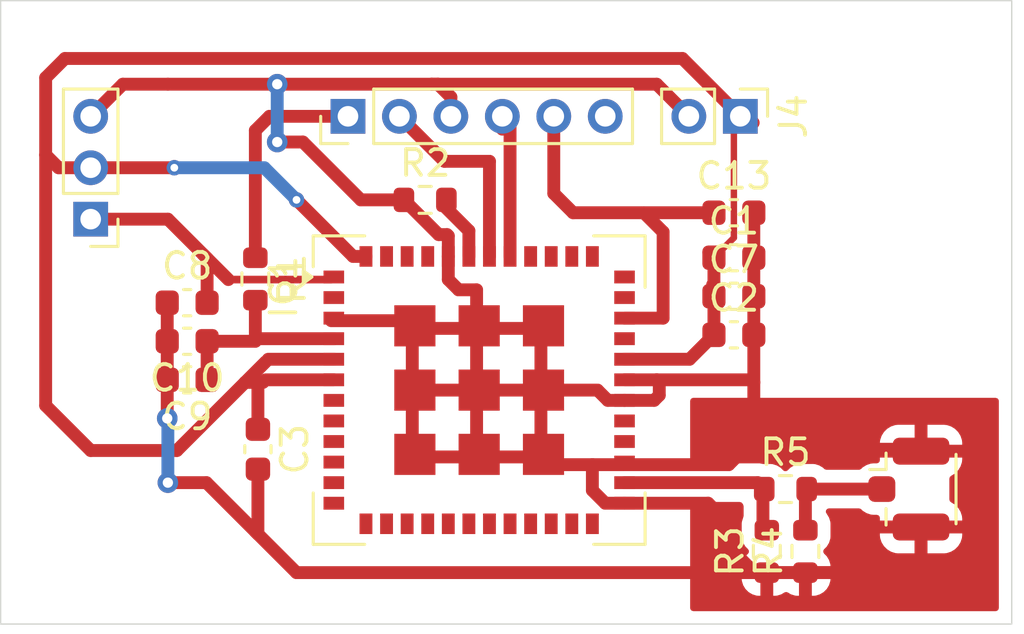
<source format=kicad_pcb>
(kicad_pcb (version 20240108) (generator "pcbnew") (generator_version "8.0")
  (layers (0 "F.Cu" signal) (31 "B.Cu" signal) (34 "B.Paste" user) (35 "F.Paste" user) (36 "B.SilkS" user "B.Silkscreen") (37 "F.SilkS" user "F.Silkscreen") (38 "B.Mask" user) (39 "F.Mask" user) (44 "Edge.Cuts" user))
  (net 0 "")
  (net 1 "/vdd")
  (net 2 "Earth")
  (net 3 "/debimetre")
  (net 4 "/vdd_usb")
  (net 5 "/rst")
  (net 7 "/swdio")
  (net 8 "/swclk")
  (net 10 "Net-(J2-Pin_1)")
  (net 11 "Net-(IC1-ANT)")
  (net 12 "Net-(IC1-BOOT0)")
  (net 15 "Net-(J1-GND-Pad1)")
  (footprint "Capacitor_SMD:C_0603_1608Metric" (layer "F.Cu") (at 104 62.75)
    (property "Reference" "C1" (at 0 -1.43 0) (layer "F.SilkS"))
    (property "Value" "10uf")
    (fp_line (start -0.14058 -0.51) (end 0.14058 -0.51) (stroke (width 0.12)) (layer "F.SilkS"))
    (fp_line (start -0.14058 0.51) (end 0.14058 0.51) (stroke (width 0.12)) (layer "F.SilkS"))
    (pad "1" smd roundrect (at -0.775 0) (size 0.9 0.95) (layers "F.Cu" "F.Paste" "F.Mask") (net 1 "/vdd"))
    (pad "2" smd roundrect (at 0.775 0) (size 0.9 0.95) (layers "F.Cu" "F.Paste" "F.Mask") (net 2 "Earth"))
  )
  (footprint "Connector_PinHeader_2.00mm:PinHeader_1x03_P2.00mm_Vertical" (layer "F.Cu") (at 79 61.25 180)
    (property "Reference" "J3" (hide yes))
    (property "Value" "Conn_01x03_Pin" (hide yes))
    (fp_line (start 1.06 1) (end 1.06 5.06) (stroke (width 0.12)) (layer "F.SilkS"))
    (fp_line (start -1.06 5.06) (end 1.06 5.06) (stroke (width 0.12)) (layer "F.SilkS"))
    (fp_line (start -1.06 1) (end 1.06 1) (stroke (width 0.12)) (layer "F.SilkS"))
    (fp_line (start -1.06 1) (end -1.06 5.06) (stroke (width 0.12)) (layer "F.SilkS"))
    (fp_line (start -1.06 0) (end -1.06 -1.06) (stroke (width 0.12)) (layer "F.SilkS"))
    (fp_line (start -1.06 -1.06) (end 0 -1.06) (stroke (width 0.12)) (layer "F.SilkS"))
    (pad "1" thru_hole rect (at 0 0 180) (size 1.35 1.35) (drill 0.8) (layers "*.Cu" "*.Mask") (net 3 "/debimetre"))
    (pad "2" thru_hole oval (at 0 2 180) (size 1.35 1.35) (drill 0.8) (layers "*.Cu" "*.Mask") (net 1 "/vdd"))
    (pad "3" thru_hole oval (at 0 4 180) (size 1.35 1.35) (drill 0.8) (layers "*.Cu" "*.Mask") (net 2 "Earth"))
  )
  (footprint "Connector_PinHeader_2.00mm:PinHeader_1x02_P2.00mm_Vertical" (layer "F.Cu") (at 104.25 57.25 -90)
    (property "Reference" "J4" (at 0 -2.06 90) (layer "F.SilkS"))
    (property "Value" "Conn_01x02_Pin" (hide yes))
    (fp_line (start -1.06 3.06) (end 1.06 3.06) (stroke (width 0.12)) (layer "F.SilkS"))
    (fp_line (start -1.06 1) (end -1.06 3.06) (stroke (width 0.12)) (layer "F.SilkS"))
    (fp_line (start -1.06 1) (end 1.06 1) (stroke (width 0.12)) (layer "F.SilkS"))
    (fp_line (start 1.06 1) (end 1.06 3.06) (stroke (width 0.12)) (layer "F.SilkS"))
    (fp_line (start -1.06 0) (end -1.06 -1.06) (stroke (width 0.12)) (layer "F.SilkS"))
    (fp_line (start -1.06 -1.06) (end 0 -1.06) (stroke (width 0.12)) (layer "F.SilkS"))
    (pad "1" thru_hole rect (at 0 0 270) (size 1.35 1.35) (drill 0.8) (layers "*.Cu" "*.Mask") (net 1 "/vdd"))
    (pad "2" thru_hole oval (at 0 2 270) (size 1.35 1.35) (drill 0.8) (layers "*.Cu" "*.Mask") (net 2 "Earth"))
  )
  (footprint "Capacitor_SMD:C_0603_1608Metric" (layer "F.Cu") (at 85.5 70.2 -90)
    (property "Reference" "C3" (at 0 -1.43 -90) (layer "F.SilkS"))
    (property "Value" "0.1uf")
    (fp_line (start -0.14058 0.51) (end 0.14058 0.51) (stroke (width 0.12)) (layer "F.SilkS"))
    (fp_line (start -0.14058 -0.51) (end 0.14058 -0.51) (stroke (width 0.12)) (layer "F.SilkS"))
    (pad "1" smd roundrect (at -0.775 0 270) (size 0.9 0.95) (layers "F.Cu" "F.Paste" "F.Mask") (net 1 "/vdd"))
    (pad "2" smd roundrect (at 0.775 0 270) (size 0.9 0.95) (layers "F.Cu" "F.Paste" "F.Mask") (net 2 "Earth"))
  )
  (footprint "Resistor_SMD:R_0603_1608Metric" (layer "F.Cu") (at 106.78 74.175 90)
    (property "Reference" "R4" (at 0 -1.43 -90) (layer "F.SilkS"))
    (property "Value" "DNP")
    (fp_line (start -0.237258 -0.5225) (end 0.237258 -0.5225) (stroke (width 0.12)) (layer "F.SilkS"))
    (fp_line (start -0.237258 0.5225) (end 0.237258 0.5225) (stroke (width 0.12)) (layer "F.SilkS"))
    (pad "1" smd roundrect (at -0.825 0 90) (size 0.8 0.95) (layers "F.Cu" "F.Paste" "F.Mask") (net 2 "Earth"))
    (pad "2" smd roundrect (at 0.825 0 90) (size 0.8 0.95) (layers "F.Cu" "F.Paste" "F.Mask") (net 15 "Net-(J1-GND-Pad1)"))
  )
  (footprint "Capacitor_SMD:C_0603_1608Metric" (layer "F.Cu") (at 82.75 66 180)
    (property "Reference" "C10" (at 0 -1.43 180) (layer "F.SilkS"))
    (property "Value" "0.1uf")
    (fp_line (start -0.14058 0.51) (end 0.14058 0.51) (stroke (width 0.12)) (layer "F.SilkS"))
    (fp_line (start -0.14058 -0.51) (end 0.14058 -0.51) (stroke (width 0.12)) (layer "F.SilkS"))
    (pad "1" smd roundrect (at -0.775 0 180) (size 0.9 0.95) (layers "F.Cu" "F.Paste" "F.Mask") (net 4 "/vdd_usb"))
    (pad "2" smd roundrect (at 0.775 0 180) (size 0.9 0.95) (layers "F.Cu" "F.Paste" "F.Mask") (net 2 "Earth"))
  )
  (footprint "Resistor_SMD:R_0603_1608Metric" (layer "F.Cu") (at 106.005 71.75)
    (property "Reference" "R5" (at 0 -1.43 0) (layer "F.SilkS"))
    (property "Value" "0R")
    (fp_line (start -0.237258 -0.5225) (end 0.237258 -0.5225) (stroke (width 0.12)) (layer "F.SilkS"))
    (fp_line (start -0.237258 0.5225) (end 0.237258 0.5225) (stroke (width 0.12)) (layer "F.SilkS"))
    (pad "1" smd roundrect (at -0.825 0) (size 0.8 0.95) (layers "F.Cu" "F.Paste" "F.Mask") (net 11 "Net-(IC1-ANT)"))
    (pad "2" smd roundrect (at 0.825 0) (size 0.8 0.95) (layers "F.Cu" "F.Paste" "F.Mask") (net 15 "Net-(J1-GND-Pad1)"))
  )
  (footprint "Capacitor_SMD:C_0603_1608Metric" (layer "F.Cu") (at 104 61)
    (property "Reference" "C13" (at 0 -1.43 0) (layer "F.SilkS"))
    (property "Value" "1uf")
    (fp_line (start -0.14058 -0.51) (end 0.14058 -0.51) (stroke (width 0.12)) (layer "F.SilkS"))
    (fp_line (start -0.14058 0.51) (end 0.14058 0.51) (stroke (width 0.12)) (layer "F.SilkS"))
    (pad "1" smd roundrect (at -0.775 0) (size 0.9 0.95) (layers "F.Cu" "F.Paste" "F.Mask") (net 5 "/rst"))
    (pad "2" smd roundrect (at 0.775 0) (size 0.9 0.95) (layers "F.Cu" "F.Paste" "F.Mask") (net 2 "Earth"))
  )
  (footprint "Connector_Coaxial:U.FL_Hirose_U.FL-R-SMT-1_Vertical" (layer "F.Cu") (at 110.8 71.75)
    (property "Reference" "J1" (hide yes))
    (property "Value" "U.FL-R-SMT_01_" (hide yes))
    (fp_line (start -0.885 -1.4) (end -0.885 -0.76) (stroke (width 0.12)) (layer "F.SilkS"))
    (fp_line (start -0.885 -0.76) (end -1.515 -0.76) (stroke (width 0.12)) (layer "F.SilkS"))
    (fp_line (start -0.885 1.4) (end -0.885 0.76) (stroke (width 0.12)) (layer "F.SilkS"))
    (fp_line (start 1.835 -1.35) (end 1.835 1.35) (stroke (width 0.12)) (layer "F.SilkS"))
    (pad "1" smd roundrect (at -1.05 0) (size 1.05 1) (layers "F.Cu" "F.Paste" "F.Mask") (net 15 "Net-(J1-GND-Pad1)"))
    (pad "2" smd roundrect (at 0.475 -1.475) (size 2.2 1.05) (layers "F.Cu" "F.Paste" "F.Mask") (roundrect_rratio 0.2380952381) (net 2 "Earth"))
    (pad "2" smd roundrect (at 0.475 1.475) (size 2.2 1.05) (layers "F.Cu" "F.Paste" "F.Mask") (roundrect_rratio 0.2380952381) (net 2 "Earth"))
    (zone (net 0) (net_name "") (layers "*.Cu") (connect_pads (clearance 0)) (min_thickness 0.25)
      (keepout (tracks not_allowed) (vias not_allowed) (pads not_allowed) (copperpour not_allowed) (footprints allowed))
      (fill (thermal_gap 0.5) (thermal_bridge_width 0.5))
      (polygon (pts (xy 112.375 70.8) (xy 110.285 70.8) (xy 110.285 72.7) (xy 112.375 72.7)))
    )
  )
  (footprint "Capacitor_SMD:C_0603_1608Metric" (layer "F.Cu") (at 82.75 67.5 180)
    (property "Reference" "C9" (at 0 -1.43 180) (layer "F.SilkS"))
    (property "Value" "10uf")
    (fp_line (start -0.14058 0.51) (end 0.14058 0.51) (stroke (width 0.12)) (layer "F.SilkS"))
    (fp_line (start -0.14058 -0.51) (end 0.14058 -0.51) (stroke (width 0.12)) (layer "F.SilkS"))
    (pad "1" smd roundrect (at -0.775 0 180) (size 0.9 0.95) (layers "F.Cu" "F.Paste" "F.Mask") (net 4 "/vdd_usb"))
    (pad "2" smd roundrect (at 0.775 0 180) (size 0.9 0.95) (layers "F.Cu" "F.Paste" "F.Mask") (net 2 "Earth"))
  )
  (footprint "Resistor_SMD:R_0603_1608Metric" (layer "F.Cu") (at 105.28 74.175 90)
    (property "Reference" "R3" (at 0 -1.43 -90) (layer "F.SilkS"))
    (property "Value" "DNP")
    (fp_line (start -0.237258 -0.5225) (end 0.237258 -0.5225) (stroke (width 0.12)) (layer "F.SilkS"))
    (fp_line (start -0.237258 0.5225) (end 0.237258 0.5225) (stroke (width 0.12)) (layer "F.SilkS"))
    (pad "1" smd roundrect (at -0.825 0 90) (size 0.8 0.95) (layers "F.Cu" "F.Paste" "F.Mask") (net 2 "Earth"))
    (pad "2" smd roundrect (at 0.825 0 90) (size 0.8 0.95) (layers "F.Cu" "F.Paste" "F.Mask") (net 11 "Net-(IC1-ANT)"))
  )
  (footprint "Capacitor_SMD:C_0603_1608Metric" (layer "F.Cu") (at 82.75 64.5)
    (property "Reference" "C8" (at 0 -1.43 0) (layer "F.SilkS"))
    (property "Value" "100pf")
    (fp_line (start -0.14058 -0.51) (end 0.14058 -0.51) (stroke (width 0.12)) (layer "F.SilkS"))
    (fp_line (start -0.14058 0.51) (end 0.14058 0.51) (stroke (width 0.12)) (layer "F.SilkS"))
    (pad "1" smd roundrect (at -0.775 0) (size 0.9 0.95) (layers "F.Cu" "F.Paste" "F.Mask") (net 2 "Earth"))
    (pad "2" smd roundrect (at 0.775 0) (size 0.9 0.95) (layers "F.Cu" "F.Paste" "F.Mask") (net 3 "/debimetre"))
  )
  (footprint "Resistor_SMD:R_0603_1608Metric" (layer "F.Cu") (at 85.4 63.576649 -90)
    (property "Reference" "R1" (at 0 -1.43 90) (layer "F.SilkS"))
    (property "Value" "0R")
    (fp_line (start -0.237258 0.5225) (end 0.237258 0.5225) (stroke (width 0.12)) (layer "F.SilkS"))
    (fp_line (start -0.237258 -0.5225) (end 0.237258 -0.5225) (stroke (width 0.12)) (layer "F.SilkS"))
    (pad "1" smd roundrect (at -0.825 0 270) (size 0.8 0.95) (layers "F.Cu" "F.Paste" "F.Mask") (net 10 "Net-(J2-Pin_1)"))
    (pad "2" smd roundrect (at 0.825 0 270) (size 0.8 0.95) (layers "F.Cu" "F.Paste" "F.Mask") (net 4 "/vdd_usb"))
  )
  (footprint "Capacitor_SMD:C_0603_1608Metric" (layer "F.Cu") (at 104 65.75)
    (property "Reference" "C2" (at 0 -1.43 0) (layer "F.SilkS"))
    (property "Value" "1uf")
    (fp_line (start -0.14058 -0.51) (end 0.14058 -0.51) (stroke (width 0.12)) (layer "F.SilkS"))
    (fp_line (start -0.14058 0.51) (end 0.14058 0.51) (stroke (width 0.12)) (layer "F.SilkS"))
    (pad "1" smd roundrect (at -0.775 0) (size 0.9 0.95) (layers "F.Cu" "F.Paste" "F.Mask") (net 1 "/vdd"))
    (pad "2" smd roundrect (at 0.775 0) (size 0.9 0.95) (layers "F.Cu" "F.Paste" "F.Mask") (net 2 "Earth"))
  )
  (footprint "Connector_PinHeader_2.00mm:PinHeader_1x06_P2.00mm_Vertical" (layer "F.Cu") (at 89 57.25 90)
    (property "Reference" "J2" (hide yes))
    (property "Value" "Conn_01x06" (hide yes))
    (fp_line (start -1.06 -1.06) (end 0 -1.06) (stroke (width 0.12)) (layer "F.SilkS"))
    (fp_line (start -1.06 0) (end -1.06 -1.06) (stroke (width 0.12)) (layer "F.SilkS"))
    (fp_line (start 1.06 1) (end 1.06 11.06) (stroke (width 0.12)) (layer "F.SilkS"))
    (fp_line (start -1.06 1) (end 1.06 1) (stroke (width 0.12)) (layer "F.SilkS"))
    (fp_line (start -1.06 1) (end -1.06 11.06) (stroke (width 0.12)) (layer "F.SilkS"))
    (fp_line (start -1.06 11.06) (end 1.06 11.06) (stroke (width 0.12)) (layer "F.SilkS"))
    (pad "1" thru_hole rect (at 0 0 90) (size 1.35 1.35) (drill 0.8) (layers "*.Cu" "*.Mask") (net 10 "Net-(J2-Pin_1)"))
    (pad "2" thru_hole oval (at 0 2 90) (size 1.35 1.35) (drill 0.8) (layers "*.Cu" "*.Mask") (net 8 "/swclk"))
    (pad "3" thru_hole oval (at 0 4 90) (size 1.35 1.35) (drill 0.8) (layers "*.Cu" "*.Mask") (net 2 "Earth"))
    (pad "4" thru_hole oval (at 0 6 90) (size 1.35 1.35) (drill 0.8) (layers "*.Cu" "*.Mask") (net 7 "/swdio"))
    (pad "5" thru_hole oval (at 0 8 90) (size 1.35 1.35) (drill 0.8) (layers "*.Cu" "*.Mask") (net 5 "/rst"))
    (pad "6" thru_hole oval (at 0 10 90) (size 1.35 1.35) (drill 0.8) (layers "*.Cu" "*.Mask"))
  )
  (footprint "Resistor_SMD:R_0603_1608Metric" (layer "F.Cu") (at 92 60.5)
    (property "Reference" "R2" (at 0 -1.43 0) (layer "F.SilkS"))
    (property "Value" "1M")
    (fp_line (start -0.237258 -0.5225) (end 0.237258 -0.5225) (stroke (width 0.12)) (layer "F.SilkS"))
    (fp_line (start -0.237258 0.5225) (end 0.237258 0.5225) (stroke (width 0.12)) (layer "F.SilkS"))
    (pad "1" smd roundrect (at -0.825 0) (size 0.8 0.95) (layers "F.Cu" "F.Paste" "F.Mask") (net 2 "Earth"))
    (pad "2" smd roundrect (at 0.825 0) (size 0.8 0.95) (layers "F.Cu" "F.Paste" "F.Mask") (net 12 "Net-(IC1-BOOT0)"))
  )
  (footprint "Capacitor_SMD:C_0603_1608Metric" (layer "F.Cu") (at 104 64.25)
    (property "Reference" "C7" (at 0 -1.43 0) (layer "F.SilkS"))
    (property "Value" "0.1uf")
    (fp_line (start -0.14058 -0.51) (end 0.14058 -0.51) (stroke (width 0.12)) (layer "F.SilkS"))
    (fp_line (start -0.14058 0.51) (end 0.14058 0.51) (stroke (width 0.12)) (layer "F.SilkS"))
    (pad "1" smd roundrect (at -0.775 0) (size 0.9 0.95) (layers "F.Cu" "F.Paste" "F.Mask") (net 1 "/vdd"))
    (pad "2" smd roundrect (at 0.775 0) (size 0.9 0.95) (layers "F.Cu" "F.Paste" "F.Mask") (net 2 "Earth"))
  )
  (footprint "RF_Module:CMWX1ZZABZ" (layer "F.Cu") (at 94.1 67.9)
    (property "Reference" "IC1" (at -7.6 -4 -90) (layer "F.SilkS"))
    (property "Value" "CMWX1ZZABZ-093")
    (fp_line (start -6.45 -6) (end -4.45 -6) (stroke (width 0.12)) (layer "F.SilkS"))
    (fp_line (start -6.45 -4.8) (end -6.45 -6) (stroke (width 0.12)) (layer "F.SilkS"))
    (fp_line (start -6.45 4) (end -6.45 6) (stroke (width 0.12)) (layer "F.SilkS"))
    (fp_line (start -6.45 6) (end -4.45 6) (stroke (width 0.12)) (layer "F.SilkS"))
    (fp_line (start 4.45 -6) (end 6.45 -6) (stroke (width 0.12)) (layer "F.SilkS"))
    (fp_line (start 4.45 6) (end 6.45 6) (stroke (width 0.12)) (layer "F.SilkS"))
    (fp_line (start 6.45 -6) (end 6.45 -4) (stroke (width 0.12)) (layer "F.SilkS"))
    (fp_line (start 6.45 4) (end 6.45 6) (stroke (width 0.12)) (layer "F.SilkS"))
    (fp_poly (pts (xy -6.5 -4.4) (xy -6.836 -4.16) (xy -6.836 -4.64) (xy -6.5 -4.4)) (stroke (width 0.12)) (fill solid) (layer "F.SilkS"))
    (pad "1" smd rect (at -5.65 -4.4) (size 0.8 0.5) (layers "F.Cu" "F.Paste" "F.Mask") (net 3 "/debimetre"))
    (pad "2" smd rect (at -5.65 -3.6) (size 0.8 0.5) (layers "F.Cu" "F.Paste" "F.Mask"))
    (pad "3" smd rect (at -5.65 -2.8) (size 0.8 0.5) (layers "F.Cu" "F.Paste" "F.Mask") (net 2 "Earth"))
    (pad "4" smd rect (at -5.65 -2) (size 0.8 0.5) (layers "F.Cu" "F.Paste" "F.Mask") (net 4 "/vdd_usb"))
    (pad "5" smd rect (at -5.65 -1.2) (size 0.8 0.5) (layers "F.Cu" "F.Paste" "F.Mask") (net 1 "/vdd"))
    (pad "6" smd rect (at -5.65 -0.4) (size 0.8 0.5) (layers "F.Cu" "F.Paste" "F.Mask") (net 1 "/vdd"))
    (pad "7" smd rect (at -5.65 0.4) (size 0.8 0.5) (layers "F.Cu" "F.Paste" "F.Mask"))
    (pad "8" smd rect (at -5.65 1.2) (size 0.8 0.5) (layers "F.Cu" "F.Paste" "F.Mask"))
    (pad "9" smd rect (at -5.65 2) (size 0.8 0.5) (layers "F.Cu" "F.Paste" "F.Mask"))
    (pad "10" smd rect (at -5.65 2.8) (size 0.8 0.5) (layers "F.Cu" "F.Paste" "F.Mask"))
    (pad "11" smd rect (at -5.65 3.6) (size 0.8 0.5) (layers "F.Cu" "F.Paste" "F.Mask"))
    (pad "12" smd rect (at -5.65 4.4) (size 0.8 0.5) (layers "F.Cu" "F.Paste" "F.Mask"))
    (pad "13" smd rect (at -4.4 5.2 90) (size 0.8 0.5) (layers "F.Cu" "F.Paste" "F.Mask"))
    (pad "14" smd rect (at -3.6 5.2 90) (size 0.8 0.5) (layers "F.Cu" "F.Paste" "F.Mask"))
    (pad "15" smd rect (at -2.8 5.2 90) (size 0.8 0.5) (layers "F.Cu" "F.Paste" "F.Mask"))
    (pad "16" smd rect (at -2 5.2 90) (size 0.8 0.5) (layers "F.Cu" "F.Paste" "F.Mask"))
    (pad "17" smd rect (at -1.2 5.2 90) (size 0.8 0.5) (layers "F.Cu" "F.Paste" "F.Mask"))
    (pad "18" smd rect (at -0.4 5.2 90) (size 0.8 0.5) (layers "F.Cu" "F.Paste" "F.Mask"))
    (pad "19" smd rect (at 0.4 5.2 90) (size 0.8 0.5) (layers "F.Cu" "F.Paste" "F.Mask"))
    (pad "20" smd rect (at 1.2 5.2 270) (size 0.8 0.5) (layers "F.Cu" "F.Paste" "F.Mask"))
    (pad "21" smd rect (at 2 5.2 270) (size 0.8 0.5) (layers "F.Cu" "F.Paste" "F.Mask"))
    (pad "22" smd rect (at 2.8 5.2 270) (size 0.8 0.5) (layers "F.Cu" "F.Paste" "F.Mask"))
    (pad "23" smd rect (at 3.6 5.2 270) (size 0.8 0.5) (layers "F.Cu" "F.Paste" "F.Mask"))
    (pad "24" smd rect (at 4.4 5.2 270) (size 0.8 0.5) (layers "F.Cu" "F.Paste" "F.Mask"))
    (pad "25" smd rect (at 5.65 4.4) (size 0.8 0.5) (layers "F.Cu" "F.Paste" "F.Mask") (net 2 "Earth"))
    (pad "26" smd rect (at 5.65 3.6) (size 0.8 0.5) (layers "F.Cu" "F.Paste" "F.Mask") (net 11 "Net-(IC1-ANT)"))
    (pad "27" smd rect (at 5.65 2.8) (size 0.8 0.5) (layers "F.Cu" "F.Paste" "F.Mask") (net 2 "Earth"))
    (pad "28" smd rect (at 5.65 2) (size 0.8 0.5) (layers "F.Cu" "F.Paste" "F.Mask"))
    (pad "29" smd rect (at 5.65 1.2) (size 0.8 0.5) (layers "F.Cu" "F.Paste" "F.Mask"))
    (pad "30" smd rect (at 5.65 0.4) (size 0.8 0.5) (layers "F.Cu" "F.Paste" "F.Mask") (net 2 "Earth"))
    (pad "31" smd rect (at 5.65 -0.4) (size 0.8 0.5) (layers "F.Cu" "F.Paste" "F.Mask") (net 2 "Earth"))
    (pad "32" smd rect (at 5.65 -1.2) (size 0.8 0.5) (layers "F.Cu" "F.Paste" "F.Mask") (net 1 "/vdd"))
    (pad "33" smd rect (at 5.65 -2) (size 0.8 0.5) (layers "F.Cu" "F.Paste" "F.Mask"))
    (pad "34" smd rect (at 5.65 -2.8) (size 0.8 0.5) (layers "F.Cu" "F.Paste" "F.Mask") (net 5 "/rst"))
    (pad "35" smd rect (at 5.65 -3.6) (size 0.8 0.5) (layers "F.Cu" "F.Paste" "F.Mask"))
    (pad "36" smd rect (at 5.65 -4.4) (size 0.8 0.5) (layers "F.Cu" "F.Paste" "F.Mask"))
    (pad "37" smd rect (at 4.4 -5.2 90) (size 0.8 0.5) (layers "F.Cu" "F.Paste" "F.Mask"))
    (pad "38" smd rect (at 3.6 -5.2 90) (size 0.8 0.5) (layers "F.Cu" "F.Paste" "F.Mask"))
    (pad "39" smd rect (at 2.8 -5.2 90) (size 0.8 0.5) (layers "F.Cu" "F.Paste" "F.Mask"))
    (pad "40" smd rect (at 2 -5.2 90) (size 0.8 0.5) (layers "F.Cu" "F.Paste" "F.Mask"))
    (pad "41" smd rect (at 1.2 -5.2 90) (size 0.8 0.5) (layers "F.Cu" "F.Paste" "F.Mask") (net 7 "/swdio"))
    (pad "42" smd rect (at 0.4 -5.2 90) (size 0.8 0.5) (layers "F.Cu" "F.Paste" "F.Mask") (net 8 "/swclk"))
    (pad "43" smd rect (at -0.4 -5.2 90) (size 0.8 0.5) (layers "F.Cu" "F.Paste" "F.Mask") (net 12 "Net-(IC1-BOOT0)"))
    (pad "44" smd rect (at -1.2 -5.2 90) (size 0.8 0.5) (layers "F.Cu" "F.Paste" "F.Mask") (net 2 "Earth"))
    (pad "45" smd rect (at -2 -5.2 90) (size 0.8 0.5) (layers "F.Cu" "F.Paste" "F.Mask"))
    (pad "46" smd rect (at -2.8 -5.2 90) (size 0.8 0.5) (layers "F.Cu" "F.Paste" "F.Mask"))
    (pad "47" smd rect (at -3.6 -5.2 90) (size 0.8 0.5) (layers "F.Cu" "F.Paste" "F.Mask"))
    (pad "48" smd rect (at -4.4 -5.2 90) (size 0.8 0.5) (layers "F.Cu" "F.Paste" "F.Mask") (net 1 "/vdd"))
    (pad "49" smd rect (at -2.5 -2.5 90) (size 1.6 1.6) (layers "F.Cu" "F.Paste" "F.Mask") (net 2 "Earth"))
    (pad "50" smd rect (at 0 -2.5 90) (size 1.6 1.6) (layers "F.Cu" "F.Paste" "F.Mask") (net 2 "Earth"))
    (pad "51" smd rect (at 2.5 -2.5 90) (size 1.6 1.6) (layers "F.Cu" "F.Paste" "F.Mask") (net 2 "Earth"))
    (pad "52" smd rect (at -2.5 0 90) (size 1.6 1.6) (layers "F.Cu" "F.Paste" "F.Mask") (net 2 "Earth"))
    (pad "53" smd rect (at 0 0 90) (size 1.6 1.6) (layers "F.Cu" "F.Paste" "F.Mask") (net 2 "Earth"))
    (pad "54" smd rect (at 2.5 0 90) (size 1.6 1.6) (layers "F.Cu" "F.Paste" "F.Mask") (net 2 "Earth"))
    (pad "55" smd rect (at -2.5 2.5 90) (size 1.6 1.6) (layers "F.Cu" "F.Paste" "F.Mask") (net 2 "Earth"))
    (pad "56" smd rect (at 0 2.5 90) (size 1.6 1.6) (layers "F.Cu" "F.Paste" "F.Mask") (net 2 "Earth"))
    (pad "57" smd rect (at 2.5 2.5 90) (size 1.6 1.6) (layers "F.Cu" "F.Paste" "F.Mask") (net 2 "Earth"))
  )
  (gr_rect (start 75.5 52.75) (end 114.8 77) (stroke (width 0.05)) (fill none) (layer "Edge.Cuts"))
  (segment (start 77.75 59.25) (end 77.25 58.75) (width 0.5) (layer "F.Cu") (net 1))
  (segment (start 89.2 62.7) (end 87 60.5) (width 0.5) (layer "F.Cu") (net 1))
  (segment (start 88.45 67.5) (end 85.8 67.5) (width 0.5) (layer "F.Cu") (net 1))
  (segment (start 88.45 66.7) (end 85.9 66.7) (width 0.5) (layer "F.Cu") (net 1))
  (segment (start 78 55) (end 102 55) (width 0.5) (layer "F.Cu") (net 1))
  (segment (start 85.9 66.7) (end 85.8 66.8) (width 0.2) (layer "F.Cu") (net 1))
  (segment (start 103.225 63.75) (end 103.225 62.75) (width 0.5) (layer "F.Cu") (net 1))
  (segment (start 82.25 59.25) (end 79 59.25) (width 0.5) (layer "F.Cu") (net 1))
  (segment (start 77.25 58.75) (end 77.25 55.75) (width 0.5) (layer "F.Cu") (net 1))
  (segment (start 103.225 64.25) (end 103.225 63.75) (width 0.5) (layer "F.Cu") (net 1))
  (segment (start 103.175 63.8) (end 103.225 63.75) (width 0.5) (layer "F.Cu") (net 1))
  (segment (start 104 61.975) (end 103.225 62.75) (width 0.25) (layer "F.Cu") (net 1))
  (segment (start 103.225 65.75) (end 103.225 64.25) (width 0.5) (layer "F.Cu") (net 1))
  (segment (start 104.25 57.25) (end 104 57.5) (width 0.5) (layer "F.Cu") (net 1))
  (segment (start 104.25 57.25) (end 104.5 57.25) (width 0.5) (layer "F.Cu") (net 1))
  (segment (start 103.025 62.55) (end 103.225 62.75) (width 0.5) (layer "F.Cu") (net 1))
  (segment (start 82.35 70.25) (end 85 67.6) (width 0.5) (layer "F.Cu") (net 1))
  (segment (start 85.5 69.425) (end 85.5 67.6) (width 0.5) (layer "F.Cu") (net 1))
  (segment (start 85.8 67.5) (end 85.7 67.6) (width 0.2) (layer "F.Cu") (net 1))
  (segment (start 77.25 55.75) (end 78 55) (width 0.5) (layer "F.Cu") (net 1))
  (segment (start 103.225 65.75) (end 102.275 66.7) (width 0.5) (layer "F.Cu") (net 1))
  (segment (start 77.25 68.5) (end 79 70.25) (width 0.5) (layer "F.Cu") (net 1))
  (segment (start 89.7 62.7) (end 89.2 62.7) (width 0.5) (layer "F.Cu") (net 1))
  (segment (start 85.8 66.8) (end 85 67.6) (width 0.5) (layer "F.Cu") (net 1))
  (segment (start 104 57.5) (end 104 61.975) (width 0.25) (layer "F.Cu") (net 1))
  (segment (start 79 70.25) (end 82.35 70.25) (width 0.5) (layer "F.Cu") (net 1))
  (segment (start 85 67.6) (end 85.5 67.6) (width 0.5) (layer "F.Cu") (net 1))
  (segment (start 102 55) (end 104.25 57.25) (width 0.5) (layer "F.Cu") (net 1))
  (segment (start 77.25 58.75) (end 77.25 68.5) (width 0.5) (layer "F.Cu") (net 1))
  (segment (start 104.5 57.25) (end 104.75 57.5) (width 0.5) (layer "F.Cu") (net 1))
  (segment (start 85.5 67.6) (end 85.7 67.6) (width 0.5) (layer "F.Cu") (net 1))
  (segment (start 79 59.25) (end 77.75 59.25) (width 0.5) (layer "F.Cu") (net 1))
  (segment (start 102.275 66.7) (end 99.75 66.7) (width 0.5) (layer "F.Cu") (net 1))
  (via (at 82.25 59.25) (size 0.6) (drill 0.3) (layers "F.Cu" "B.Cu") (net 1))
  (via (at 87 60.5) (size 0.6) (drill 0.3) (layers "F.Cu" "B.Cu") (net 1))
  (segment (start 85.75 59.25) (end 87 60.5) (width 0.5) (layer "B.Cu") (net 1))
  (segment (start 82.25 59.25) (end 85.75 59.25) (width 0.5) (layer "B.Cu") (net 1))
  (segment (start 101.1 67.6) (end 101 67.5) (width 0.5) (layer "F.Cu") (net 2))
  (segment (start 89.5 60.5) (end 91.175 60.5) (width 0.5) (layer "F.Cu") (net 2))
  (segment (start 82 71.5) (end 83.5 71.5) (width 0.5) (layer "F.Cu") (net 2))
  (segment (start 98.5 70.8) (end 99.65 70.8) (width 0.5) (layer "F.Cu") (net 2))
  (segment (start 104.8 75) (end 106.78 75) (width 0.5) (layer "F.Cu") (net 2))
  (segment (start 91.5 65.5) (end 96.5 65.5) (width 0.5) (layer "F.Cu") (net 2))
  (segment (start 81.975 69) (end 81.975 67.5) (width 0.5) (layer "F.Cu") (net 2))
  (segment (start 91.5 65.5) (end 91.2 65.2) (width 0.5) (layer "F.Cu") (net 2))
  (segment (start 91.2 65.2) (end 88.35 65.2) (width 0.5) (layer "F.Cu") (net 2))
  (segment (start 110.2 70.2) (end 104.8 70.2) (width 0.5) (layer "F.Cu") (net 2))
  (segment (start 103.7 73) (end 103.7 73.9) (width 0.5) (layer "F.Cu") (net 2))
  (segment (start 104.775 64.25) (end 104.775 62.75) (width 0.5) (layer "F.Cu") (net 2))
  (segment (start 92.25 56) (end 92.5 56) (width 0.5) (layer "F.Cu") (net 2))
  (segment (start 104.775 67.6) (end 104.775 70.175) (width 0.5) (layer "F.Cu") (net 2))
  (segment (start 85.5 70.975) (end 85.5 73.5) (width 0.5) (layer "F.Cu") (net 2))
  (segment (start 98.5 71.8) (end 98.5 70.8) (width 0.5) (layer "F.Cu") (net 2))
  (segment (start 81.975 64.5) (end 81.975 66) (width 0.5) (layer "F.Cu") (net 2))
  (segment (start 85.4 73.4) (end 87 75) (width 0.5) (layer "F.Cu") (net 2))
  (segment (start 83.5 71.5) (end 85.5 73.5) (width 0.5) (layer "F.Cu") (net 2))
  (segment (start 94 65.5) (end 94 70.5) (width 0.5) (layer "F.Cu") (net 2))
  (segment (start 91.6 67.9) (end 98.7 67.9) (width 0.5) (layer "F.Cu") (net 2))
  (segment (start 99.75 68.3) (end 100.9 68.3) (width 0.5) (layer "F.Cu") (net 2))
  (segment (start 103.7 73) (end 103 72.3) (width 0.5) (layer "F.Cu") (net 2))
  (segment (start 104.775 65.75) (end 104.775 64.25) (width 0.5) (layer "F.Cu") (net 2))
  (segment (start 101.1 68.1) (end 101.1 67.6) (width 0.5) (layer "F.Cu") (net 2))
  (segment (start 87.25 58.25) (end 89.5 60.5) (width 0.5) (layer "F.Cu") (net 2))
  (segment (start 99.1 68.3) (end 99.75 68.3) (width 0.5) (layer "F.Cu") (net 2))
  (segment (start 91.5 70.5) (end 96.5 70.5) (width 0.5) (layer "F.Cu") (net 2))
  (segment (start 80.25 56) (end 79 57.25) (width 0.5) (layer "F.Cu") (net 2))
  (segment (start 99.75 67.5) (end 101 67.5) (width 0.5) (layer "F.Cu") (net 2))
  (segment (start 98.7 67.9) (end 99.1 68.3) (width 0.5) (layer "F.Cu") (net 2))
  (segment (start 99 72.3) (end 98.5 71.8) (width 0.5) (layer "F.Cu") (net 2))
  (segment (start 92.9 61.9) (end 92.9 62.7) (width 0.5) (layer "F.Cu") (net 2))
  (segment (start 86.25 56) (end 82 56) (width 0.5) (layer "F.Cu") (net 2))
  (segment (start 82 56) (end 80.25 56) (width 0.5) (layer "F.Cu") (net 2))
  (segment (start 91.5 65.5) (end 91.5 70.5) (width 0.5) (layer "F.Cu") (net 2))
  (segment (start 92.525 61.85) (end 92.85 61.85) (width 0.5) (layer "F.Cu") (net 2))
  (segment (start 94 64) (end 94 65.3) (width 0.5) (layer "F.Cu") (net 2))
  (segment (start 106.78 75) (end 110.775 75) (width 0.5) (layer "F.Cu") (net 2))
  (segment (start 92.85 61.85) (end 92.9 61.9) (width 0.5) (layer "F.Cu") (net 2))
  (segment (start 92.25 56) (end 86.25 56) (width 0.5) (layer "F.Cu") (net 2))
  (segment (start 102.25 57.25) (end 101 56) (width 0.5) (layer "F.Cu") (net 2))
  (segment (start 96.5 70.5) (end 96.8 70.8) (width 0.5) (layer "F.Cu") (net 2))
  (segment (start 104.775 70.175) (end 104.8 70.2) (width 0.5) (layer "F.Cu") (net 2))
  (segment (start 92.9 62.7) (end 92.9 63.6) (width 0.5) (layer "F.Cu") (net 2))
  (segment (start 104.775 61) (end 104.775 62.75) (width 0.5) (layer "F.Cu") (net 2))
  (segment (start 103.7 73.9) (end 104.8 75) (width 0.5) (layer "F.Cu") (net 2))
  (segment (start 92.9 63.6) (end 93.3 64) (width 0.5) (layer "F.Cu") (net 2))
  (segment (start 111.275 74.5) (end 111.275 73.225) (width 0.5) (layer "F.Cu") (net 2))
  (segment (start 103 72.3) (end 99.75 72.3) (width 0.5) (layer "F.Cu") (net 2))
  (segment (start 100.9 68.3) (end 101.1 68.1) (width 0.5) (layer "F.Cu") (net 2))
  (segment (start 91.5 68) (end 91.6 67.9) (width 0.5) (layer "F.Cu") (net 2))
  (segment (start 93.3 64) (end 94 64) (width 0.5) (layer "F.Cu") (net 2))
  (segment (start 99.75 72.3) (end 99 72.3) (width 0.5) (layer "F.Cu") (net 2))
  (segment (start 101 67.5) (end 104.675 67.5) (width 0.5) (layer "F.Cu") (net 2))
  (segment (start 93 56.5) (end 93 57.25) (width 0.5) (layer "F.Cu") (net 2))
  (segment (start 104.675 67.5) (end 104.775 67.6) (width 0.5) (layer "F.Cu") (net 2))
  (segment (start 96.5 70.5) (end 96.5 65.5) (width 0.5) (layer "F.Cu") (net 2))
  (segment (start 110.775 75) (end 111.275 74.5) (width 0.5) (layer "F.Cu") (net 2))
  (segment (start 101 56) (end 92.25 56) (width 0.5) (layer "F.Cu") (net 2))
  (segment (start 94 65.5) (end 94 65) (width 0.5) (layer "F.Cu") (net 2))
  (segment (start 91.175 60.5) (end 92.525 61.85) (width 0.5) (layer "F.Cu") (net 2))
  (segment (start 86.25 58.25) (end 87.25 58.25) (width 0.5) (layer "F.Cu") (net 2))
  (segment (start 81.975 67.5) (end 81.975 66) (width 0.5) (layer "F.Cu") (net 2))
  (segment (start 96.8 70.8) (end 98.5 70.8) (width 0.5) (layer "F.Cu") (net 2))
  (segment (start 104.8 70.2) (end 104.4 70.2) (width 0.5) (layer "F.Cu") (net 2))
  (segment (start 103.8 70.8) (end 99.65 70.8) (width 0.5) (layer "F.Cu") (net 2))
  (segment (start 87 75) (end 105.28 75) (width 0.5) (layer "F.Cu") (net 2))
  (segment (start 92.5 56) (end 93 56.5) (width 0.5) (layer "F.Cu") (net 2))
  (segment (start 94 65.3) (end 94.1 65.4) (width 0.5) (layer "F.Cu") (net 2))
  (segment (start 104.775 65.75) (end 104.775 67.6) (width 0.5) (layer "F.Cu") (net 2))
  (segment (start 104.4 70.2) (end 103.8 70.8) (width 0.5) (layer "F.Cu") (net 2))
  (via (at 82 71.5) (size 0.8) (drill 0.4) (layers "F.Cu" "B.Cu") (net 2))
  (via (at 86.25 58.25) (size 0.8) (drill 0.4) (layers "F.Cu" "B.Cu") (net 2))
  (via (at 86.25 56) (size 0.8) (drill 0.4) (layers "F.Cu" "B.Cu") (net 2))
  (via (at 81.975 69) (size 0.8) (drill 0.4) (layers "F.Cu" "B.Cu") (net 2))
  (segment (start 86.25 56) (end 86.25 58.25) (width 0.5) (layer "B.Cu") (net 2))
  (segment (start 82 69.025) (end 81.975 69) (width 0.5) (layer "B.Cu") (net 2))
  (segment (start 82 71.5) (end 82 69.025) (width 0.5) (layer "B.Cu") (net 2))
  (segment (start 79 61.25) (end 82 61.25) (width 0.5) (layer "F.Cu") (net 3))
  (segment (start 82 61.25) (end 84.35 63.6) (width 0.5) (layer "F.Cu") (net 3))
  (segment (start 83.525 64.5) (end 83.525 62.775) (width 0.5) (layer "F.Cu") (net 3))
  (segment (start 84.35 63.6) (end 88.35 63.6) (width 0.3) (layer "F.Cu") (net 3))
  (segment (start 83.525 62.775) (end 83.375 62.625) (width 0.5) (layer "F.Cu") (net 3))
  (segment (start 83.525 67.5) (end 83.525 66) (width 0.5) (layer "F.Cu") (net 4))
  (segment (start 88.45 65.9) (end 85.5 65.9) (width 0.5) (layer "F.Cu") (net 4))
  (segment (start 83.525 66) (end 85.4 66) (width 0.5) (layer "F.Cu") (net 4))
  (segment (start 85.5 65.9) (end 85.4 66) (width 0.2) (layer "F.Cu") (net 4))
  (segment (start 85.4 64.401649) (end 85.4 66) (width 0.5) (layer "F.Cu") (net 4))
  (segment (start 97 57.25) (end 97 60.25) (width 0.5) (layer "F.Cu") (net 5))
  (segment (start 100.5 61) (end 101.25 61.75) (width 0.5) (layer "F.Cu") (net 5))
  (segment (start 101.25 61.75) (end 101.25 65.1) (width 0.5) (layer "F.Cu") (net 5))
  (segment (start 97 60.25) (end 97.75 61) (width 0.5) (layer "F.Cu") (net 5))
  (segment (start 103.225 61) (end 100.5 61) (width 0.5) (layer "F.Cu") (net 5))
  (segment (start 101.25 65.1) (end 99.75 65.1) (width 0.5) (layer "F.Cu") (net 5))
  (segment (start 97.75 61) (end 100.5 61) (width 0.5) (layer "F.Cu") (net 5))
  (segment (start 95 57.25) (end 95.3 57.55) (width 0.5) (layer "F.Cu") (net 7))
  (segment (start 95 57.5) (end 95.2 57.7) (width 0.5) (layer "F.Cu") (net 7))
  (segment (start 95.3 57.55) (end 95.3 62.7) (width 0.5) (layer "F.Cu") (net 7))
  (segment (start 95 57.25) (end 95 57.75) (width 0.5) (layer "F.Cu") (net 7))
  (segment (start 95 57.25) (end 95 57.5) (width 0.5) (layer "F.Cu") (net 7))
  (segment (start 91 57.25) (end 92.75 59) (width 0.5) (layer "F.Cu") (net 8))
  (segment (start 94.5 59) (end 94.5 62.7) (width 0.5) (layer "F.Cu") (net 8))
  (segment (start 92.75 59) (end 94.5 59) (width 0.5) (layer "F.Cu") (net 8))
  (segment (start 85.95 57.25) (end 85.4 57.8) (width 0.5) (layer "F.Cu") (net 10))
  (segment (start 89 57.25) (end 85.95 57.25) (width 0.5) (layer "F.Cu") (net 10))
  (segment (start 85.4 57.8) (end 85.4 62.751649) (width 0.5) (layer "F.Cu") (net 10))
  (segment (start 104.93 71.5) (end 105.18 71.75) (width 0.5) (layer "F.Cu") (net 11))
  (segment (start 105.13 73.2) (end 105.28 73.35) (width 0.5) (layer "F.Cu") (net 11))
  (segment (start 99.75 71.5) (end 104.93 71.5) (width 0.5) (layer "F.Cu") (net 11))
  (segment (start 105.13 71.675) (end 105.13 73.2) (width 0.5) (layer "F.Cu") (net 11))
  (segment (start 93.7 61.7) (end 93.7 62.7) (width 0.5) (layer "F.Cu") (net 12))
  (segment (start 92.825 60.825) (end 93.7 61.7) (width 0.5) (layer "F.Cu") (net 12))
  (segment (start 92.825 60.5) (end 92.825 60.825) (width 0.2) (layer "F.Cu") (net 12))
  (segment (start 109.75 71.75) (end 106.83 71.75) (width 0.5) (layer "F.Cu") (net 15))
  (segment (start 106.78 71.675) (end 106.78 73.35) (width 0.5) (layer "F.Cu") (net 15))
  (zone (net 2) (net_name "Earth") (layer "F.Cu") (connect_pads (clearance 0.5)) (min_thickness 0.25) (fill yes (thermal_gap 0.5) (thermal_bridge_width 0.5))
    (polygon (pts (xy 102.3 68.2) (xy 115.3 68.2) (xy 115.3 77.4) (xy 102.3 77.4)))
  )
)
</source>
